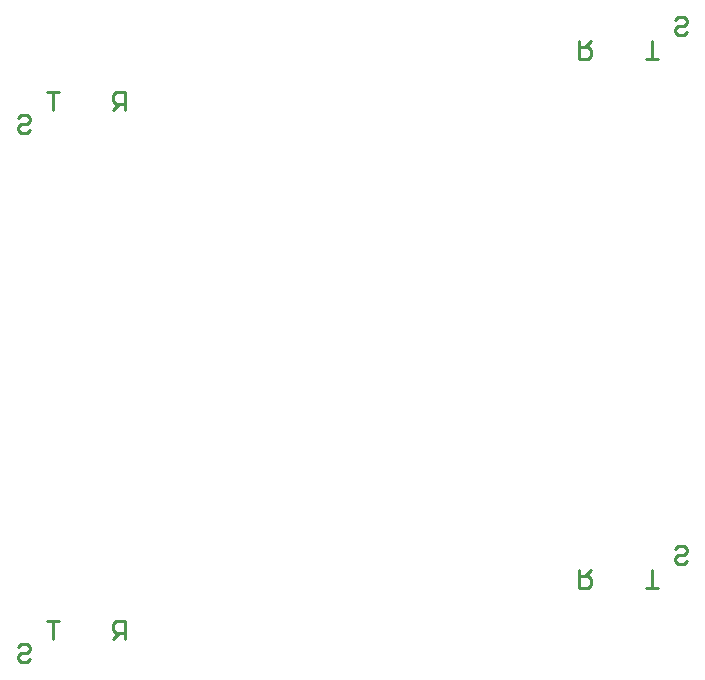
<source format=gbo>
G04*
G04 #@! TF.GenerationSoftware,Altium Limited,Altium Designer,18.1.9 (240)*
G04*
G04 Layer_Color=32896*
%FSLAX43Y43*%
%MOMM*%
G71*
G01*
G75*
%ADD11C,0.254*%
D11*
X79054Y32696D02*
X80070D01*
X79562D01*
Y34220D01*
X73454D02*
Y32696D01*
X74216D01*
X74470Y32950D01*
Y33458D01*
X74216Y33712D01*
X73454D01*
X73962D02*
X74470Y34220D01*
X82520Y34950D02*
X82266Y34696D01*
X81758D01*
X81504Y34950D01*
Y35204D01*
X81758Y35458D01*
X82266D01*
X82520Y35712D01*
Y35966D01*
X82266Y36220D01*
X81758D01*
X81504Y35966D01*
X25942Y27662D02*
X26196Y27916D01*
X26704D01*
X26958Y27662D01*
Y27408D01*
X26704Y27154D01*
X26196D01*
X25942Y26900D01*
Y26646D01*
X26196Y26392D01*
X26704D01*
X26958Y26646D01*
X35008Y28392D02*
Y29916D01*
X34246D01*
X33992Y29662D01*
Y29154D01*
X34246Y28900D01*
X35008D01*
X34500D02*
X33992Y28392D01*
X29408Y29916D02*
X28392D01*
X28900D01*
Y28392D01*
X79054Y77495D02*
X80070D01*
X79562D01*
Y79019D01*
X73454D02*
Y77495D01*
X74216D01*
X74470Y77749D01*
Y78257D01*
X74216Y78511D01*
X73454D01*
X73962D02*
X74470Y79019D01*
X82520Y79749D02*
X82266Y79495D01*
X81758D01*
X81504Y79749D01*
Y80003D01*
X81758Y80257D01*
X82266D01*
X82520Y80511D01*
Y80765D01*
X82266Y81019D01*
X81758D01*
X81504Y80765D01*
X25942Y72461D02*
X26196Y72715D01*
X26704D01*
X26958Y72461D01*
Y72207D01*
X26704Y71953D01*
X26196D01*
X25942Y71699D01*
Y71445D01*
X26196Y71191D01*
X26704D01*
X26958Y71445D01*
X35008Y73191D02*
Y74715D01*
X34246D01*
X33992Y74461D01*
Y73953D01*
X34246Y73699D01*
X35008D01*
X34500D02*
X33992Y73191D01*
X29408Y74715D02*
X28392D01*
X28900D01*
Y73191D01*
M02*

</source>
